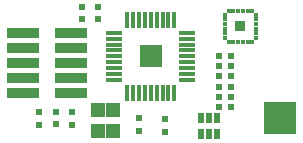
<source format=gts>
G04 ================== begin FILE IDENTIFICATION RECORD ==================*
G04 Layout Name:  C:/USERS/MSAHADAT3/DROPBOX/GATECH/ETDS_PCB/allegro/ETDS_CHIP_AN.brd*
G04 Film Name:    SOLDEMASK_TOP*
G04 File Format:  Gerber RS274X*
G04 File Origin:  Cadence Allegro 16.6-P004*
G04 Origin Date:  Thu Sep 11 12:01:08 2014*
G04 *
G04 Layer:  VIA CLASS/SOLDERMASK_TOP*
G04 Layer:  PIN/SOLDERMASK_TOP*
G04 Layer:  PACKAGE GEOMETRY/SOLDERMASK_TOP*
G04 Layer:  BOARD GEOMETRY/SOLDERMASK_TOP*
G04 *
G04 Offset:    (0.00 0.00)*
G04 Mirror:    No*
G04 Mode:      Positive*
G04 Rotation:  0*
G04 FullContactRelief:  No*
G04 UndefLineWidth:     5.00*
G04 ================== end FILE IDENTIFICATION RECORD ====================*
%FSLAX25Y25*MOIN*%
%IR0*IPPOS*OFA0.00000B0.00000*MIA0B0*SFA1.00000B1.00000*%
%ADD10R,.105X.037*%
%ADD21R,.105X.105*%
%ADD20R,.012X.017*%
%ADD19R,.017X.012*%
%ADD11R,.024X.024*%
%ADD17R,.024X.024*%
%ADD16R,.021X.037*%
%ADD18R,.035X.035*%
%ADD15R,.015X.055*%
%ADD13R,.055X.015*%
%ADD12R,.045X.045*%
%ADD14R,.075X.075*%
%LPD*%
G75*
G54D10*
X757400Y1672800D03*
Y1677800D03*
Y1682800D03*
Y1687800D03*
Y1692800D03*
X773400Y1672800D03*
Y1677800D03*
Y1682800D03*
Y1687800D03*
Y1692800D03*
G54D11*
X762600Y1666400D03*
Y1662200D03*
X768300Y1662300D03*
Y1666500D03*
X773800Y1662100D03*
Y1666300D03*
X782300Y1697300D03*
X777200D03*
X782300Y1701500D03*
X777200D03*
X796000Y1660200D03*
Y1664400D03*
X804800Y1664100D03*
Y1659900D03*
G54D20*
X825963Y1700250D03*
X827538D03*
X829113D03*
X830687D03*
X832262D03*
X833837D03*
Y1689750D03*
X832262D03*
X830687D03*
X829113D03*
X827538D03*
X825963D03*
G54D12*
X782300Y1660200D03*
X787500Y1667000D03*
X782300D03*
X787500Y1660200D03*
G54D21*
X843150Y1664300D03*
G54D13*
X787850Y1677126D03*
Y1679094D03*
Y1681063D03*
Y1683032D03*
Y1685000D03*
Y1686968D03*
Y1688937D03*
Y1690906D03*
Y1692874D03*
X812150Y1683032D03*
Y1681063D03*
Y1679094D03*
Y1677126D03*
Y1692874D03*
Y1690906D03*
Y1688937D03*
Y1686968D03*
Y1685000D03*
G54D14*
X800000D03*
G54D15*
X801968Y1672850D03*
X800000D03*
X798032D03*
X796063D03*
X794094D03*
X792126D03*
Y1697150D03*
X794094D03*
X796063D03*
X798032D03*
X800000D03*
X801968D03*
X807874Y1672850D03*
X805906D03*
X803937D03*
Y1697150D03*
X805906D03*
X807874D03*
G54D16*
X819450Y1659100D03*
X816850D03*
Y1664300D03*
X819450D03*
X822050Y1659100D03*
Y1664300D03*
G54D17*
X826800Y1668050D03*
X822600D03*
X822700Y1674900D03*
X826900D03*
X826800Y1671600D03*
X822600D03*
X822700Y1685250D03*
X826900D03*
X826850Y1681850D03*
X822650D03*
X826850Y1678350D03*
X822650D03*
G54D18*
X829800Y1695000D03*
G54D19*
X824650Y1691063D03*
Y1692638D03*
Y1694213D03*
Y1695787D03*
Y1697362D03*
Y1698937D03*
X835150D03*
Y1697362D03*
Y1695787D03*
Y1694213D03*
Y1692638D03*
Y1691063D03*
M02*

</source>
